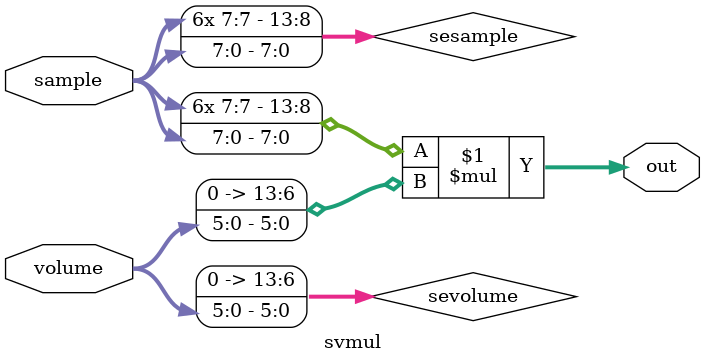
<source format=v>
module svmul
(
	input 	[7:0] sample,		
	input	[5:0] volume,		
	output	[13:0] out			
);
wire	[13:0] sesample;   		
wire	[13:0] sevolume;		
assign 	sesample[13:0] = {{6{sample[7]}},sample[7:0]};
assign	sevolume[13:0] = {8'b00000000,volume[5:0]};
assign out[13:0] = {sesample[13:0] * sevolume[13:0]};
endmodule
</source>
